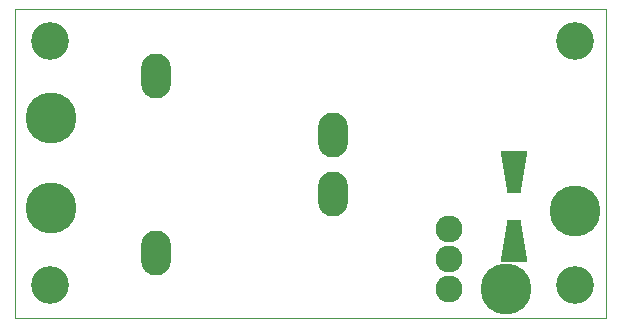
<source format=gbr>
%TF.GenerationSoftware,KiCad,Pcbnew,8.0.0~rc1*%
%TF.CreationDate,2024-01-16T05:38:03-05:00*%
%TF.ProjectId,VTVMbattElim,5654564d-6261-4747-9445-6c696d2e6b69,rev?*%
%TF.SameCoordinates,PX68860e8PY35c5de8*%
%TF.FileFunction,Soldermask,Top*%
%TF.FilePolarity,Negative*%
%FSLAX46Y46*%
G04 Gerber Fmt 4.6, Leading zero omitted, Abs format (unit mm)*
G04 Created by KiCad (PCBNEW 8.0.0~rc1) date 2024-01-16 05:38:03*
%MOMM*%
%LPD*%
G01*
G04 APERTURE LIST*
G04 Aperture macros list*
%AMOutline4P*
0 Free polygon, 4 corners , with rotation*
0 The origin of the aperture is its center*
0 number of corners: always 4*
0 $1 to $8 corner X, Y*
0 $9 Rotation angle, in degrees counterclockwise*
0 create outline with 4 corners*
4,1,4,$1,$2,$3,$4,$5,$6,$7,$8,$1,$2,$9*%
G04 Aperture macros list end*
%ADD10C,3.200000*%
%ADD11C,2.286000*%
%ADD12C,4.318000*%
%ADD13O,2.540000X3.810000*%
%ADD14Outline4P,-1.800000X-1.150000X1.800000X-0.550000X1.800000X0.550000X-1.800000X1.150000X270.000000*%
%ADD15Outline4P,-1.800000X-1.150000X1.800000X-0.550000X1.800000X0.550000X-1.800000X1.150000X90.000000*%
%TA.AperFunction,Profile*%
%ADD16C,0.100000*%
%TD*%
G04 APERTURE END LIST*
D10*
%TO.C,H4*%
X2921000Y-23396400D03*
%TD*%
D11*
%TO.C,RV1*%
X36703000Y-18669000D03*
X36703000Y-21209000D03*
X36703000Y-23749000D03*
%TD*%
D12*
%TO.C,TP2*%
X3048000Y-16891000D03*
%TD*%
%TO.C,TP1*%
X3048000Y-9271000D03*
%TD*%
D10*
%TO.C,H2*%
X47371000Y-2771600D03*
%TD*%
D13*
%TO.C,PS1*%
X11882120Y-20667980D03*
X11882120Y-5671820D03*
X26878280Y-15671800D03*
X26878280Y-10668000D03*
%TD*%
D12*
%TO.C,TP4*%
X41529000Y-23749000D03*
%TD*%
D10*
%TO.C,H1*%
X2921000Y-2771600D03*
%TD*%
D12*
%TO.C,TP3*%
X47371000Y-17145000D03*
%TD*%
D10*
%TO.C,H3*%
X47371000Y-23396400D03*
%TD*%
D14*
%TO.C,D3*%
X42214800Y-13859600D03*
D15*
X42214800Y-19659600D03*
%TD*%
D16*
X50038000Y-26162000D02*
X0Y-26162000D01*
X0Y0D02*
X50038000Y0D01*
X0Y-26162000D02*
X0Y0D01*
X50038000Y0D02*
X50038000Y-26162000D01*
M02*

</source>
